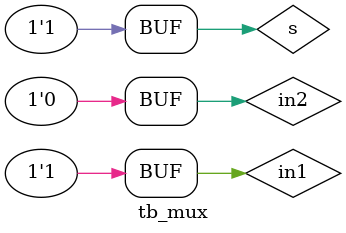
<source format=v>
module mux
(input in1,
input in2,
input s,
output reg y);
always@(*)begin
if(s)
y=in1;
else
y=in2;
end
endmodule

module tb_mux;
reg in1,in2;
reg s;
wire y;
mux uut (.in1(in1), .in2(in2), .s(s), .y(y));
initial begin
$monitor("time=%0t|in1=%b|in2=%b|s=%b|y=%b",$time,in1,in2,s,y);
in1=1;in2=0;s=0;#5;
 s=1;
end
endmodule

</source>
